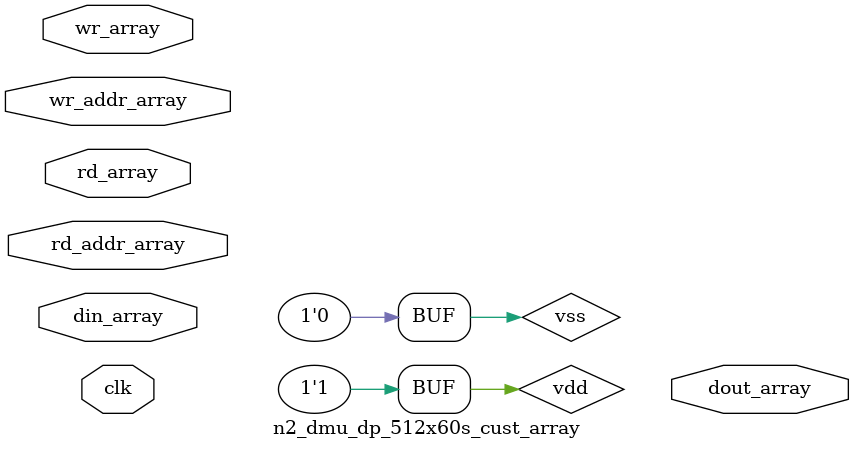
<source format=v>


`ifndef FPGA

module exu_irf_array (
  clk, 
  tcu_array_wr_inhibit, 
  a_rd_en_p0, 
  a_rd_en_p1, 
  a_rd_en_p2, 
  a_rd_tid, 
  a_rd_addr_p0, 
  a_rd_addr_p1, 
  a_rd_addr_p2, 
  a_wr_en_p0, 
  a_wr_tid_p0, 
  a_wr_addr_p0, 
  a_wr_data_p0, 
  a_wr_en_p1, 
  a_wr_tid_p1, 
  a_wr_addr_p1, 
  a_wr_data_p1, 
  a_save_tid, 
  a_save_global_tid, 
  a_save_global_addr, 
  a_save_even_addr, 
  a_save_local_addr, 
  a_save_odd_addr, 
  a_save_global_en, 
  a_save_even_en, 
  a_save_local_en, 
  a_save_odd_en, 
  a_restore_tid, 
  a_restore_global_tid, 
  a_restore_global_addr, 
  a_restore_even_addr, 
  a_restore_odd_addr, 
  a_restore_local_addr, 
  a_restore_global_en, 
  a_restore_even_en, 
  a_restore_local_en, 
  a_restore_odd_en, 
  a_rd_data_p0, 
  a_rd_data_p1, 
  a_rd_data_p2);
wire [6:0] thr_rs1;
wire [6:0] thr_rs2;
wire [6:0] thr_rs3;
wire [6:0] thr_rd_w;
wire [6:0] thr_rd_w2;
wire rd_en_p0;
wire rd_en_p1;
wire rd_en_p2;
wire wr_en_p0;
wire wr_en_p1;
wire p0_rd_eq_wr;
wire p1_rd_eq_wr;
wire p2_rd_eq_wr;


input		clk;

input		tcu_array_wr_inhibit;

input		a_rd_en_p0;
input		a_rd_en_p1;
input		a_rd_en_p2;
input  [1:0]	a_rd_tid;
input  [4:0]	a_rd_addr_p0;
input  [4:0]	a_rd_addr_p1;
input  [4:0]	a_rd_addr_p2;

input		a_wr_en_p0;
input  [1:0]	a_wr_tid_p0;
input  [4:0]	a_wr_addr_p0;
input  [71:0]	a_wr_data_p0;

input		a_wr_en_p1;
input  [1:0]	a_wr_tid_p1;
input  [4:0]	a_wr_addr_p1;
input  [71:0]	a_wr_data_p1;


input  [1:0]	a_save_tid;
input  [1:0]	a_save_global_tid;
input  [1:0]	a_save_global_addr;
input  [2:1]	a_save_even_addr;
input  [2:0]	a_save_local_addr;
input  [2:1]	a_save_odd_addr;
input		a_save_global_en;
input		a_save_even_en;
input		a_save_local_en;
input		a_save_odd_en;

input  [1:0]	a_restore_tid;
input  [1:0]	a_restore_global_tid;
input  [1:0]	a_restore_global_addr;
input  [2:1]	a_restore_even_addr;
input  [2:1]	a_restore_odd_addr;
input  [2:0]	a_restore_local_addr;
input		a_restore_global_en;
input		a_restore_even_en;
input		a_restore_local_en;
input		a_restore_odd_en;


output [71:0]	a_rd_data_p0;
output [71:0]	a_rd_data_p1;
output [71:0]	a_rd_data_p2;


`ifdef BLACK_BOX_FLOW
// synopsys translate_off
`endif

supply0 vss;
supply1 vdd;

`ifdef BLACK_BOX_FLOW
// synopsys translate_on
`endif

endmodule
`endif // `ifndef FPGA


//////////////////////////////////////////
////// n2_frf_mp_256x78_cust
//////////////////////////////////////////


`ifndef FPGA
module fgu_frf_array (
  clk, 
  tcu_array_wr_inhibit, 
  r1_valid, 
  r1_addr, 
  r2_valid, 
  r2_addr, 
  w1_valid, 
  w1_addr, 
  w2_valid, 
  w2_addr, 
  w1_data, 
  w2_data, 
  r1_data, 
  r2_data);


   input          clk;

   input          tcu_array_wr_inhibit;

   // -----------------------------------------------------------------------
   // Reading controls
   // -----------------------------------------------------------------------
   input          r1_valid;
   input    [7:0] r1_addr;
   input          r2_valid;
   input    [7:0] r2_addr;
 
   // -----------------------------------------------------------------------
   // Writing controls 
   // -----------------------------------------------------------------------
   input          w1_valid;
   input    [7:0] w1_addr;
   input          w2_valid;
   input    [7:0] w2_addr;

   // -----------------------------------------------------------------------
   // Write data ports
   // -----------------------------------------------------------------------
   input   [38:0] w1_data;
   input   [38:0] w2_data;


   // -----------------------------------------------------------------------
   // Read output ports
   // -----------------------------------------------------------------------
   output  [38:0] r1_data;
   output  [38:0] r2_data;

`ifdef BLACK_BOX_FLOW
// synopsys translate_off
`endif

supply0 vss;
supply1 vdd;

`ifdef BLACK_BOX_FLOW
// synopsys translate_on
`endif

endmodule  // fgu_frf_array

`endif


//////////////////////////////////////////
////// n2_icd_sp_16p5kb_cust
//////////////////////////////////////////



`ifndef FPGA

module n2_icd_lft_sb_array (
  adr_ac_h, 
  adr_ac_l, 
  rd_en_a_l, 
  quaden_f_l, 
  wr_word_en_ac_l, 
  wr_waysel0_ac_l, 
  wr_waysel1_ac_l, 
  din0_a, 
  din1_a, 
  rd_worden_ac_l, 
  l1clk, 
  reg_d_lft, 
  reg_en_lft, 
  vnw_ary, 
  dout_wy0_bc, 
  dout_wy1_bc, 
  dout_wy2_bc, 
  dout_wy3_bc);


input [5:0] 	adr_ac_h ;
input [5:0] 	adr_ac_l ;
input       	rd_en_a_l ;
input       	quaden_f_l ;
input [1:0] 	wr_word_en_ac_l ;
input [3:0] 	wr_waysel0_ac_l ;
input [3:0] 	wr_waysel1_ac_l ;
input [16:0] 	din0_a ;
input [16:0] 	din1_a ;
input [1:0]  	rd_worden_ac_l ;
input        	l1clk ;

input [4:0]     reg_d_lft;
input [1:0]     reg_en_lft;

input		vnw_ary;

output [16:0] 	dout_wy0_bc ;
output [16:0] 	dout_wy1_bc ;
output [16:0] 	dout_wy2_bc ;
output [16:0] 	dout_wy3_bc ;

`ifdef BLACK_BOX_FLOW
// synopsys translate_off
`endif

supply0 vss;
supply1 vdd;

`ifdef BLACK_BOX_FLOW
// synopsys translate_on
`endif

endmodule
`endif 	// `ifndef FPGA


`ifndef FPGA
module n2_icd_rgt_sb_array (
  adr_ac_h, 
  adr_ac_l, 
  rd_en_a_l, 
  quaden_f_l, 
  wr_word_en_ac_l, 
  wr_waysel0_ac_l, 
  wr_waysel1_ac_l, 
  din0_a, 
  din1_a, 
  rd_worden_ac_l, 
  l1clk, 
  vnw_ary, 
  reg_d_rgt, 
  reg_en_rgt, 
  dout_wy0_bc, 
  dout_wy1_bc, 
  dout_wy2_bc, 
  dout_wy3_bc);


input [5:0] 	adr_ac_h ;
input [5:0] 	adr_ac_l ;
input       	rd_en_a_l ;
input       	quaden_f_l ;
input [1:0] 	wr_word_en_ac_l ;
input [3:0] 	wr_waysel0_ac_l ;
input [3:0] 	wr_waysel1_ac_l ;
input [32:17] 	din0_a ;
input [32:17] 	din1_a ;
input [1:0]  	rd_worden_ac_l ;
input        	l1clk ;

input		vnw_ary;

input [4:0]     reg_d_rgt;
input [1:0]     reg_en_rgt;

output [15:0] 	dout_wy0_bc ;
output [15:0] 	dout_wy1_bc ;
output [15:0] 	dout_wy2_bc ;
output [15:0] 	dout_wy3_bc ;

`ifdef BLACK_BOX_FLOW
// synopsys translate_off
`endif

supply0 vss;
supply1 vdd;

`ifdef BLACK_BOX_FLOW
// synopsys translate_on
`endif

endmodule
`endif	// `ifndef FPGA

//////////////////////////////////////////
////// n2_dva_dp_32x32_cust
//////////////////////////////////////////

module n2_dva_dp_32x32_array (
  clk, 
  rd_addr, 
  wr_addr, 
  din, 
  bit_wen, 
  rd_en, 
  wr_en, 
  dout);

input		clk;
input	[4:0]	rd_addr;
input	[4:0]	wr_addr;
input	[31:0]	din;
input	[31:0]	bit_wen;
input		rd_en;
input		wr_en;
   
output	[31:0]	dout;

`ifdef BLACK_BOX_FLOW
// synopsys translate_off
`endif

supply0 vss;
supply1 vdd;

`ifdef BLACK_BOX_FLOW
// synopsys translate_on
`endif

endmodule



//////////////////////////////////////////
////// n2_ict_sp_1920b_cust
//////////////////////////////////////////

module n2_ict_sp_1920b_array (
  clk, 
  rd_en_b, 
  wr_en_w_b, 
  rd_en_a, 
  wrreq_a, 
  addr, 
  wr_inhibit, 
  din, 
  dout);


`define WIDTH 30


input			clk;
input	     		rd_en_b;	// comes on negedge
input	     		wr_en_w_b;	// comes on negedge (way specific)
input	     		rd_en_a;	// comes on posedge
input	     		wrreq_a;	// comes on posedge (not way specific)
input	[6-1:0]	addr;		// comes on negedge
input			wr_inhibit;	// async

input	[30-1:0]	din;		// comes on posedge
output	[30-1:0]	dout;

`ifdef BLACK_BOX_FLOW
// synopsys translate_off
`endif

supply0 vss;
supply1 vdd;

`ifdef BLACK_BOX_FLOW
// synopsys translate_on
`endif

endmodule


//////////////////////////////////////////
////// n2_dca_sp_9kb_cust
//////////////////////////////////////////

module n2_dca_sp_9kb_subbank (
  l1clk, 
  l1clk_wr, 
  rd_en_b, 
  rd_en_a, 
  wr_en_a, 
  wr_en_b, 
  wr_inh_b, 
  addr_b, 
  byte_wr_en_b, 
  wr_waysel_b, 
  wr_data_a, 
  red_data, 
  red_en, 
  vnw_ary, 
  w0_rdata_h, 
  w0_rdata_l, 
  w1_rdata_h, 
  w1_rdata_l);

// way0 and way1 are interleaved physically across 2 subbanks
//        [288,277,..................,145,144] -- xdec -- [143,142,.............,1,0]
//          H   L   H   L       H   L   H   L  -- xdec --  L   H   L   H      L H L H      
// way1 = [288,287,284,283,...,151,150,147,146 -- xdec -- 141,140,137,136,...,5,4,1,0
// way0 = [286,285,282,281,...,149,148,145,144 -- xdec -- 143,142,139,138,...,7,6,3,2

input		l1clk;          // l1clk from l1clk_header
input		l1clk_wr;       // l1clk from l1clk_header
input		rd_en_b;        // e_cycle b_phase signal
input		rd_en_a;        // m_cycle a_phase signal
input		wr_en_a;        // m_cycle a_phase signal
input		wr_en_b;        // e_cycle b_phase signal
input		wr_inh_b;       // e_cycle b_phase signal
input   [10:3]	addr_b;         // e_cycle b_phase signal
input   [7:0]	byte_wr_en_b;   // e_cycle b_phase signal
input   [1:0]	wr_waysel_b;    // e_cycle b_phase signal

input   [71:0]	wr_data_a;   // m_cycle a_phase signal

input	[5:0]	red_data;
input	[1:0]	red_en;

input		vnw_ary;

output  [35:0]	w0_rdata_h;     // m_cycle b_phase clock-like signal    
output  [35:0]	w0_rdata_l;     // m_cycle b_phase clock-like signal    
output  [35:0]	w1_rdata_h;     // m_cycle b_phase clock-like signal    
output  [35:0]	w1_rdata_l;     // m_cycle b_phase clock-like signal    


`ifdef BLACK_BOX_FLOW
// synopsys translate_off
`endif

supply0 vss;
supply1 vdd;

`ifdef BLACK_BOX_FLOW
// synopsys translate_on
`endif


endmodule

//////////////////////////////////////////
////// n2_com_dp_32x152_cust
//////////////////////////////////////////

module n2_com_dp_32x152_cust_n2_com_array_macro__rows_32__width_152__z_array (
  rclk, 
  wclk, 
  rd_adr, 
  rd_en, 
  wr_en, 
  wr_adr, 
  din, 
  dout);

input		rclk;
input		wclk;
input	[4:0]	rd_adr;
input		rd_en;
input		wr_en;
input	[4:0]	wr_adr;
input	[152-1:0]	din;
output	[152-1:0]	dout; 


`ifdef BLACK_BOX_FLOW
// synopsys translate_off
`endif

supply0 vss;
supply1 vdd;

`ifdef BLACK_BOX_FLOW
// synopsys translate_on
`endif

endmodule

//////////////////////////////////////////
////// n2_com_dp_64x84_cust
//////////////////////////////////////////

module n2_com_dp_64x84_cust_n2_com_array_macro__rows_64__width_84__z_array (
  rclk, 
  wclk, 
  rd_adr, 
  rd_en, 
  wr_en, 
  wr_adr, 
  din, 
  dout);

input		rclk;
input		wclk;
input	[5:0]	rd_adr;
input		rd_en;
input		wr_en;
input	[5:0]	wr_adr;
input	[84-1:0]	din;
output	[84-1:0]	dout; 


`ifdef BLACK_BOX_FLOW
// synopsys translate_off
`endif

supply0 vss;
supply1 vdd;

`ifdef BLACK_BOX_FLOW
// synopsys translate_on
`endif

endmodule 


//////////////////////////////////////////
////// n2_dta_sp_1920b_cust
//////////////////////////////////////////

module n2_dta_sp_1920b_array (
  clk, 
  rd_en_b, 
  wr_en_b, 
  rd_en_a, 
  wr_en_a, 
  addr, 
  wr_inhibit, 
  din, 
  dout);
wire rd_en_b_unused;
	

`define	WIDTH 30

input			clk;
input	     		rd_en_b;	// comes on negedge
input	     		wr_en_b;	// comes on negedge (way specific)
input	     		rd_en_a;	// comes on posedge
input	     		wr_en_a;	// comes on posedge (not way specific)
input	[7-1:0]	addr;		// comes on negedge
input			wr_inhibit;	// async

input	[30-1:0]	din;		// comes on posedge
output	[30-1:0]	dout;

`ifdef BLACK_BOX_FLOW
// synopsys translate_off
`endif

supply0 vss;
supply1 vdd;

`ifdef BLACK_BOX_FLOW
// synopsys translate_on
`endif

endmodule


//////////////////////////////////////////
////// n2_stb_cm_64x45_cust
//////////////////////////////////////////


`ifndef FPGA
module n2_stb_cm_64x45_array (
  cam_rw_ptr, 
  cam_rw_tid, 
  wptr_vld, 
  rptr_vld, 
  camwr_data, 
  cam_vld, 
  cam_cm_tid, 
  cam_line_en, 
  cam_ldq, 
  stb_rdata, 
  stb_ld_partial_raw, 
  stb_cam_hit_ptr, 
  stb_cam_hit, 
  stb_cam_mhit, 
  clk, 
  tcu_array_wr_inhibit, 
  siclk);
wire [5:0] rw_addr;
wire write_vld;
wire read_vld;
wire [7:0] byte_overlap_mx;
wire [7:0] byte_match_mx;
wire [7:0] ptag_hit_mx;
wire [7:0] cam_hit;


input	[2:0]	cam_rw_ptr ;	// wr pointer for single port.
input	[2:0]	cam_rw_tid ;	// thread id for rw.
input		wptr_vld ;	// write pointer vld
input		rptr_vld ;	// read pointer vld

input	[44:0]	camwr_data ;	// data for compare/write
input		cam_vld ;	// cam is required.
input	[2:0]	cam_cm_tid ;	// thread id for cam operation.
input	[7:0]	cam_line_en;	// mask for squashing cam results (unflopped input)

input		cam_ldq ; 	// quad-ld cam.


output	[44:0]	stb_rdata;	// rd data from CAM RAM.
output		stb_ld_partial_raw ; // ld with partial raw.
output	[2:0]	stb_cam_hit_ptr ;
output		stb_cam_hit ;	  // any hit in stb
output		stb_cam_mhit ;	  // multiple hits in stb	

input		clk;
input		tcu_array_wr_inhibit;
input		siclk;

`ifdef BLACK_BOX_FLOW
// synopsys translate_off
`endif

supply0 vss;
supply1 vdd;

`ifdef BLACK_BOX_FLOW
// synopsys translate_on
`endif

endmodule
`endif


//////////////////////////////////////////
////// n2_com_dp_32x72_cust
//////////////////////////////////////////

module n2_com_dp_32x72_cust_n2_com_array_macro__rows_32__width_72__z_array (
  rclk, 
  wclk, 
  rd_adr, 
  rd_en, 
  wr_en, 
  wr_adr, 
  din, 
  dout);

input		rclk;
input		wclk;
input	[4:0]	rd_adr;
input		rd_en;
input		wr_en;
input	[4:0]	wr_adr;
input	[72-1:0]	din;
output	[72-1:0]	dout; 


`ifdef BLACK_BOX_FLOW
// synopsys translate_off
`endif

supply0 vss;
supply1 vdd;

`ifdef BLACK_BOX_FLOW
// synopsys translate_on
`endif

endmodule

//////////////////////////////////////////
////// n2_com_dp_32x84_cust
//////////////////////////////////////////


module n2_com_dp_32x84_cust_n2_com_array_macro__rows_32__width_84__z_array (
  rclk, 
  wclk, 
  rd_adr, 
  rd_en, 
  wr_en, 
  wr_adr, 
  din, 
  dout);

input		rclk;
input		wclk;
input	[4:0]	rd_adr;
input		rd_en;
input		wr_en;
input	[4:0]	wr_adr;
input	[84-1:0]	din;
output	[84-1:0]	dout; 


`ifdef BLACK_BOX_FLOW
// synopsys translate_off
`endif

supply0 vss;
supply1 vdd;

`ifdef BLACK_BOX_FLOW
// synopsys translate_on
`endif


endmodule 


//////////////////////////////////////////
////// n2_tlb_tl_64x59_cust
//////////////////////////////////////////

`ifndef FPGA
module n2_tlb_tl_64x59_cam (
  l1clk, 
  tlb_bypass, 
  tlb_wr_flopped, 
  tlb_rd_flopped, 
  rw_index, 
  tlb_cam, 
  tlb_cam_flopped, 
  demap, 
  demap_context, 
  demap_all, 
  demap_real, 
  tte_tag, 
  tte_tag_flopped, 
  tte_page_size_mask, 
  tag_read_mux_control, 
  tlb_cam_hit, 
  context0_hit, 
  rd_tte_tag, 
  ram_wwl, 
  ram_rwl, 
  valid) ;




input		l1clk;

input		tlb_bypass;
input		tlb_wr_flopped;
input		tlb_rd_flopped;
input	[5:0] rw_index;
input		tlb_cam;
input		tlb_cam_flopped;
input		demap;
input		demap_context;
input		demap_all;
input		demap_real;

input	[65:0]	tte_tag;
input	[65:0]	tte_tag_flopped;
input	[2:0]	tte_page_size_mask;

input 		tag_read_mux_control;



output		tlb_cam_hit;
output		context0_hit;
output	[65:0]	rd_tte_tag;
output	[64-1:0] ram_wwl;
output	[64-1:0] ram_rwl;
output	[64-1:0] valid;

`ifdef BLACK_BOX_FLOW
// synopsys translate_off
`endif

supply0 vss;
supply1 vdd;

`ifdef BLACK_BOX_FLOW
// synopsys translate_on
`endif

endmodule
`endif // `ifndef FPGA

`ifndef FPGA
module n2_tlb_tl_64x59_ram (
  l1clk, 
  tlb_bypass, 
  tlb_cam_flopped, 
  ram_wwl, 
  ram_rwl, 
  tte_data, 
  va, 
  pa, 
  rd_tte_data) ;
wire any_wwl;
wire any_rwl;
wire [37:0] prd_data;
wire [39:13] tte_pa;




input		l1clk;

input		tlb_bypass;
input 		tlb_cam_flopped;
input	[64-1:0] ram_wwl;
input	[64-1:0] ram_rwl;

input	[37:0]	tte_data;
input	[39:11]	va;		// Incoming VA



output	[39:11]	pa;
output	[37:0]	rd_tte_data;

`ifdef BLACK_BOX_FLOW
// synopsys translate_off
`endif

supply0 vss;
supply1 vdd;

`ifdef BLACK_BOX_FLOW
// synopsys translate_on
`endif

endmodule
`endif // `ifndef FPGA


//////////////////////////////////////////
////// n2_tlb_tl_128x59_cust
//////////////////////////////////////////

`ifndef FPGA
module n2_tlb_tl_128x59_cam (
  l1clk, 
  tlb_bypass, 
  tlb_wr_flopped, 
  tlb_rd_flopped, 
  rw_index, 
  tlb_cam, 
  tlb_cam_flopped, 
  demap, 
  demap_context, 
  demap_all, 
  demap_real, 
  tte_tag, 
  tte_tag_flopped, 
  tte_page_size_mask, 
  tag_read_mux_control, 
  tlb_cam_hit, 
  context0_hit, 
  rd_tte_tag, 
  ram_wwl, 
  ram_rwl, 
  valid) ;



input		l1clk;

input		tlb_bypass;
input		tlb_wr_flopped;
input		tlb_rd_flopped;
input	[6:0] rw_index;
input		tlb_cam;
input		tlb_cam_flopped;
input		demap;
input		demap_context;
input		demap_all;
input		demap_real;

input	[65:0]	tte_tag;
input	[65:0]	tte_tag_flopped;
input	[2:0]	tte_page_size_mask;

input 		tag_read_mux_control;



output		tlb_cam_hit;
output		context0_hit;
output	[65:0]	rd_tte_tag;
output	[128-1:0] ram_wwl;
output	[128-1:0] ram_rwl;
output	[128-1:0] valid;

`ifdef BLACK_BOX_FLOW
// synopsys translate_off
`endif

supply0 vss;
supply1 vdd;

`ifdef BLACK_BOX_FLOW
// synopsys translate_on
`endif

endmodule
`endif 	// `ifndef FPGA

`ifndef FPGA
module n2_tlb_tl_128x59_ram (
  l1clk, 
  tlb_bypass, 
  tlb_cam_flopped, 
  ram_wwl, 
  ram_rwl, 
  tte_data, 
  va, 
  force_data_to_x, 
  pa, 
  rd_tte_data) ;




input		l1clk;

input		tlb_bypass;
input 		tlb_cam_flopped;
input	[128-1:0] ram_wwl;
input	[128-1:0] ram_rwl;

input	[37:0]	tte_data;
input	[39:11]	va;		// Incoming VA
input		force_data_to_x;



output	[39:11]	pa;
output	[37:0]	rd_tte_data;


`ifdef BLACK_BOX_FLOW
// synopsys translate_off
`endif

supply0 vss;
supply1 vdd;

`ifdef BLACK_BOX_FLOW
// synopsys translate_on
`endif

endmodule
`endif 	// `ifndef FPGA


//////////////////////////////////////////
////// n2_mmu_cm_64x34s_cust 
//////////////////////////////////////////

module n2_mmu_cm_64x34s_cust_array	(

   // ram control
   clk,
   l2clk,
   rd_addr_array,
   wr_addr_array,
   wr_array,
   rd_array,
   lkup_en_array,
   hld_array,
   din_array, 
   key_array, 
   hit_array, 
   dout_array    

);




   // 
   input 		clk,l2clk;				// clk 
   input [5:0]		rd_addr_array;			// read port address in
   input [5:0]		wr_addr_array;			// write port address in
   input		wr_array;			// write port enable
   input		rd_array;			// read port enable
   input		lkup_en_array;			// enable CAM operation
   input		hld_array;			// enable CAM operation
   input [32:0] 	din_array;			// data in
   input [32:0] 	key_array;			// value to CAM against
   output [32:0] 	dout_array;			// data out
   output [63:0] 	hit_array;			// results of CAM operation

`ifdef BLACK_BOX_FLOW
// synopsys translate_off
`endif

supply0 vss;
supply1 vdd;

`ifdef BLACK_BOX_FLOW
// synopsys translate_on
`endif

endmodule	// n2_mmu_cm_64x34s_cust_array



//////////////////////////////////////////
////// n2_l2t_sp_28kb_cust  
//////////////////////////////////////////


`define L2T_ARR_D_WIDTH            28
`define L2T_ARR_DEPTH              512
`define WAY_HIT_WIDTH              16
`define BADREAD                	   BADBADD 


`define  sh_index_lft		  5'b00000
`define  sh_index_rgt		  5'b00000

module n2_l2t_array (
  din, 
  addr_b, 
  l1clk_internal_v1, 
  l1clk_internal_v2, 
  ln1clk, 
  ln2clk, 
  rd_en_b, 
  rd_en_d1_a, 
  rpda_lft, 
  rpda_rgt, 
  rpdb_lft, 
  rpdb_rgt, 
  rpdc_lft, 
  rpdc_rgt, 
  w_inhibit_l, 
  wr_en_b, 
  wr_en_d1_a, 
  wr_way_b, 
  wr_way_b_l, 
  vnw_ary, 
  sao_mx0_h, 
  sao_mx0_l, 
  sao_mx1_h, 
  sao_mx1_l);


input	[`L2T_ARR_D_WIDTH - 1:0]	din;
input	[8:0]	 			addr_b;
input		 			l1clk_internal_v1;
input		 			l1clk_internal_v2;
input		 			ln1clk;
input		 			ln2clk;
input		 			rd_en_b;
input		 			rd_en_d1_a;
input	[1:0]	 			rpda_lft;
input	[1:0]	 			rpda_rgt;
input	[3:0]	 			rpdb_lft;
input	[3:0]	 			rpdb_rgt;
input	[3:0]	 			rpdc_lft;
input	[3:0]	 			rpdc_rgt;
input		 			w_inhibit_l;
input		 			wr_en_b;
input		 			wr_en_d1_a;
input   [1:0]	 			wr_way_b;
input   [1:0]	 			wr_way_b_l;

// Added vnw_ary pin for n2 for 2.0

input                                   vnw_ary;

output  [`L2T_ARR_D_WIDTH - 1:0]	sao_mx0_h;
output  [`L2T_ARR_D_WIDTH - 1:0]	sao_mx0_l;
output  [`L2T_ARR_D_WIDTH - 1:0]	sao_mx1_h;
output  [`L2T_ARR_D_WIDTH - 1:0]	sao_mx1_l;


`ifdef BLACK_BOX_FLOW
// synopsys translate_off
`endif

supply0 vss;
supply1 vdd;

`ifdef BLACK_BOX_FLOW
// synopsys translate_on
`endif

endmodule

//////////////////////////////////////////
////// n2_l2d_sp_512kb_cust   
//////////////////////////////////////////

module n2_l2d_16kb_cust (
  waysel_c4, 
  waysel_err_c3, 
  set_c3b, 
  coloff_c3b_l, 
  coloff_c4_l, 
  coloff_c5, 
  wen_c3b, 
  readen_c5, 
  worden_c3b, 
  l1clk, 
  wrd_lo0_b_l, 
  wrd_lo1_b_l, 
  wrd_hi0_b_l, 
  wrd_hi1_b_l, 
  red_adr, 
  cred, 
  tstmodclk_l, 
  wee_l, 
  vnw_ary, 
  saout_lo0_bc_l, 
  saout_lo1_bc_l, 
  saout_hi0_bc_l, 
  saout_hi1_bc_l);
		
input [7:0] 	waysel_c4;		
input		waysel_err_c3;		// 	Active when multiple way sel is on
input [8:0]   	set_c3b;		//	After b-latch
input    	coloff_c3b_l;		//	After b-latch+inv
input    	coloff_c4_l;		//	stage+inv
input [1:0]   	coloff_c5;		//	2-stage
input         	wen_c3b;	 	//	Write-enable, after b-latch
input         	readen_c5;	 	//	
input [3:0]   	worden_c3b;		//	After b-latch
input         	l1clk;	 		//	After l1clk hdr
input [19:0]  	wrd_lo0_b_l;		//	
input [18:0]  	wrd_lo1_b_l;		//	
input [19:0]  	wrd_hi0_b_l;		//	
input [18:0]  	wrd_hi1_b_l;		//	
input [9:0]	red_adr;		// Redudancy address
input [77:0]	cred;			// Redudancy address
input		tstmodclk_l;		//NEW
input		wee_l;			//NEW
input           vnw_ary;                //NEW

//output		bnken_lat;	//	Address latch enable (1.5cycle)
output [19:0]  	saout_lo0_bc_l;		//	C5bc output from senseamp
output [18:0]  	saout_lo1_bc_l;		//	C5bc output from senseamp
output [19:0]  	saout_hi0_bc_l;		//	C5bc output from senseamp
output [18:0]  	saout_hi1_bc_l;		//	C5bc output from senseamp

`ifdef BLACK_BOX_FLOW
// synopsys translate_off
`endif

supply0 vss;
supply1 vdd;

`ifdef BLACK_BOX_FLOW
// synopsys translate_on
`endif

endmodule

//////////////////////////////////////////
////// n2_l2t_dp_32x128_cust    
//////////////////////////////////////////

module n2_l2t_dp_32x128_cust_array (
  wr_en, 
  rd_en, 
  l1clk, 
  wr_addr, 
  rd_addr, 
  write_disable, 
  din, 
  dout) ;

input 		wr_en;
input 		rd_en;
input 		l1clk;
input 	[31:0] 	wr_addr;
input 	[31:0] 	rd_addr;
input 		write_disable;
input 	[127:0] din;

output 	[127:0] dout;


`ifdef BLACK_BOX_FLOW
// synopsys translate_off
`endif

supply0 vss;
supply1 vdd;

`ifdef BLACK_BOX_FLOW
// synopsys translate_on
`endif

endmodule // rf_32x128d


//////////////////////////////////////////
////// n2_com_cm_32x40_cust     
//////////////////////////////////////////


module n2_com_cm_32x40_cust_array (
  l1clk, 
  wr_en, 
  rd_en, 
  tcu_array_wr_inhibit, 
  key, 
  wr_addr, 
  rd_addr, 
  din, 
  lookup_en, 
  bypass, 
  dout, 
  match, 
  match_idx);

input l1clk;
input wr_en;
input rd_en;

input tcu_array_wr_inhibit;
input [41:7] key;
input [31:0] wr_addr;
input [31:0] rd_addr;
input [41:0] din;
input lookup_en;
input bypass;

output [41:0] dout;
output [31:0] match;
output [31:0] match_idx;

`ifdef BLACK_BOX_FLOW
// synopsys translate_off
`endif

supply0 vss;
supply1 vdd;

`ifdef BLACK_BOX_FLOW
// synopsys translate_on
`endif


endmodule


//////////////////////////////////////////
////// n2_com_cm_64x64_cust     
//////////////////////////////////////////

module dc_panel_array (
  l2clk, 
  wr_en, 
  rd_en, 
  cam_en, 
  rst_warm, 
  write_disable, 
  force_hit, 
  rw_addr, 
  inval_mask, 
  wr_data, 
  valid_bit, 
  bypass, 
  valid, 
  rd_data, 
  lkup_hit);

input          		l2clk;
input          		wr_en;
input          		rd_en;
input          		cam_en;
input          		rst_warm;
input          		write_disable;
input			force_hit;
input   [5:0]  		rw_addr;
input   [63:0] 		inval_mask;
input   [15:0] 		wr_data;
input   [63:0] 		valid_bit;
input			bypass;
output  [63:0] 		valid;
output  [15:0] 		rd_data;
output  [63:0] 		lkup_hit;

`ifdef BLACK_BOX_FLOW
// synopsys translate_off
`endif

supply0 vss;
supply1 vdd;

`ifdef BLACK_BOX_FLOW
// synopsys translate_on
`endif

endmodule


//////////////////////////////////////////
////// n2_com_cm_8x40_cust      
//////////////////////////////////////////

module n2_com_cm_8x40_cust_array (
  l1clk, 
  l2clk, 
  l1clk_mat, 
  wr_en, 
  rd_en, 
  write_disable, 
  key, 
  wr_addr, 
  rd_addr, 
  din, 
  lookup_en, 
  bypass, 
  dout, 
  match_p, 
  match_idx_p);

input l1clk;
input l2clk;
input l1clk_mat;
input wr_en;
input rd_en;
input write_disable;
input [39:7] key;
input [7:0] wr_addr;
input [7:0] rd_addr;
input [39:0] din;
input lookup_en;
input bypass;
output [39:0] dout;
output [7:0] match_p;
output [7:0] match_idx_p;

`ifdef BLACK_BOX_FLOW
// synopsys translate_off
`endif

supply0 vss;
supply1 vdd;

`ifdef BLACK_BOX_FLOW
// synopsys translate_on
`endif

endmodule


//////////////////////////////////////////
////// n2_l2t_dp_16x160_cust     
//////////////////////////////////////////

module n2_l2t_dp_16x160_cust_array (
  l1clk, 
  wr_en, 
  rd_en, 
  tcu_array_wr_inhibit, 
  word_wen, 
  wr_addr, 
  rd_addr, 
  din, 
  byte_wen, 
  dout);
input		l1clk;
input 		wr_en;
input 		rd_en;
input 		tcu_array_wr_inhibit;
input [3:0] 	word_wen;
input [3:0] 	wr_addr;
input [3:0] 	rd_addr;
input [159:0] 	din;
input [19:0] 	byte_wen;

output [159:0] 	dout;

`ifdef BLACK_BOX_FLOW
// synopsys translate_off
`endif

supply0 vss;
supply1 vdd;

`ifdef BLACK_BOX_FLOW
// synopsys translate_on
`endif

endmodule


//////////////////////////////////////////
////// n2_l2t_dp_32x160_cust      
//////////////////////////////////////////


module n2_l2t_dp_32x160_cust_array (
  l1clk, 
  wr_en, 
  rd_en, 
  tcu_array_wr_inhibit, 
  word_wen, 
  wr_addr, 
  rd_addr, 
  din, 
  dout);

input 		l1clk;
input 		wr_en;
input 		rd_en;
input 		tcu_array_wr_inhibit;
input [3:0] 	word_wen;
input [4:0] 	wr_addr;
input [4:0] 	rd_addr;
input [159:0] 	din;
output [159:0] 	dout;

`ifdef BLACK_BOX_FLOW
// synopsys translate_off
`endif

supply0 vss;
supply1 vdd;

`ifdef BLACK_BOX_FLOW
// synopsys translate_on
`endif

endmodule // rf_32x160


//////////////////////////////////////////
////// n2_mcu_32x72async_dp_cust       
//////////////////////////////////////////

module n2_mcu_32x72async_dp_cust_n2_com_array_macro__rows_32__width_72__z_array (
  rclk, 
  wclk, 
  rd_adr, 
  rd_en, 
  wr_en, 
  wr_adr, 
  din, 
  dout);

input		rclk;
input		wclk;
input	[4:0]	rd_adr;
input		rd_en;
input		wr_en;
input	[4:0]	wr_adr;
input	[72-1:0]	din;
output	[72-1:0]	dout; 

`ifdef BLACK_BOX_FLOW
// synopsys translate_off
`endif

supply0 vss;
supply1 vdd;

`ifdef BLACK_BOX_FLOW
// synopsys translate_on
`endif

endmodule


//////////////////////////////////////////
////// n2_iom_sp_devtsb_cust        
//////////////////////////////////////////

module n2_iom_sp_1024b_cust (

  clk,
  adr_r,
  adr_w,
  rd,
  wr,
  din,
  dout

);


  input		 clk;
  input	[3:0]	 adr_r;
  input	[3:0]	 adr_w;
  input          rd;
  input	 	 wr;
  input  [63:0]  din;
  output [63:0]  dout;


`ifdef BLACK_BOX_FLOW
// synopsys translate_off
`endif

supply0 vss;
supply1 vdd;

`ifdef BLACK_BOX_FLOW
// synopsys translate_on
`endif


endmodule       // n2_iom_sp_1024b_cust



module n2_iom_sp_2048b_cust (

  clk,
  adr_r,
  adr_w,
  rd,
  wr,
  din,
  dout,
  efu_bits

);


  input		 clk;
  input	[4:0]	 adr_r;
  input	[4:0]	 adr_w;
  input          rd;
  input	 	 wr;
  input  [63:0]  din;
  input  [3:0]   efu_bits;
  output [63:0]  dout;

`ifdef BLACK_BOX_FLOW
// synopsys translate_off
`endif

supply0 vss;
supply1 vdd;

`ifdef BLACK_BOX_FLOW
// synopsys translate_on
`endif

endmodule       // n2_iom_sp_2048b_cust


//////////////////////////////////////////
////// n2_dmu_dp_128x132s_cust         
//////////////////////////////////////////

module n2_dmu_dp_128x132s_cust_array	(

   // ram control
   clk,
   rd_addr_array,
   wr_addr_array,
   rd_array, 
   wr_array,
   din_array, 
   dout_array    

);




   // 
   input 		clk;				// clk 
   input [6:0]		rd_addr_array;			// read port address in
   input [6:0]		wr_addr_array;			// write port address in
   input		rd_array;			// read port enable
   input		wr_array;			// write port enable
   input [131:0] 	din_array;			// data in
   output [131:0] 	dout_array;			// data out

`ifdef BLACK_BOX_FLOW
// synopsys translate_off
`endif

supply0 vss;
supply1 vdd;

`ifdef BLACK_BOX_FLOW
// synopsys translate_on
`endif


endmodule	// n2_dmu_dp_128x132s_cust_array


//////////////////////////////////////////
////// n2_dmu_dp_144x149s_cust          
//////////////////////////////////////////

module n2_dmu_dp_144x149s_cust_array	(

   // ram control
   clk,
   rd_addr_array,
   wr_addr_array,
   rd_array, 
   wr_array,
   din_array, 
   dout_array    

);




   // 
   input 		clk;				// clk 
   input [7:0]		rd_addr_array;			// read port address in
   input [7:0]		wr_addr_array;			// write port address in
   input		rd_array;			// read port enable
   input		wr_array;			// write port enable
   input [148:0] 	din_array;			// data in
   output [148:0] 	dout_array;			// data out



`ifdef BLACK_BOX_FLOW
// synopsys translate_off
`endif

supply0 vss;
supply1 vdd;

`ifdef BLACK_BOX_FLOW
// synopsys translate_on
`endif

endmodule	// n2_dmu_dp_144x149s_cust_array


//////////////////////////////////////////
////// n2_dmu_dp_512x60s_cust           
//////////////////////////////////////////

module n2_dmu_dp_512x60s_cust_array	(

   // ram control
   clk,
   rd_addr_array,
   wr_addr_array,
   rd_array, 
   wr_array,
   din_array, 
   dout_array    

);




   // 
   input 		clk;				// clk 
   input [8:0]		rd_addr_array;			// read port address in
   input [8:0]		wr_addr_array;			// write port address in
   input		rd_array;			// read port enable
   input		wr_array;			// write port enable
   input [59:0] 	din_array;			// data in
   output [59:0] 	dout_array;			// data out


`ifdef BLACK_BOX_FLOW
// synopsys translate_off
`endif

supply0 vss;
supply1 vdd;

`ifdef BLACK_BOX_FLOW
// synopsys translate_on
`endif

endmodule	// n2_dmu_dp_512x60s_cust_array




</source>
